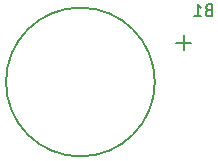
<source format=gbr>
%TF.GenerationSoftware,KiCad,Pcbnew,7.0.9*%
%TF.CreationDate,2025-01-11T11:52:04-05:00*%
%TF.ProjectId,PropellerClock,50726f70-656c-46c6-9572-436c6f636b2e,rev?*%
%TF.SameCoordinates,Original*%
%TF.FileFunction,Legend,Bot*%
%TF.FilePolarity,Positive*%
%FSLAX46Y46*%
G04 Gerber Fmt 4.6, Leading zero omitted, Abs format (unit mm)*
G04 Created by KiCad (PCBNEW 7.0.9) date 2025-01-11 11:52:04*
%MOMM*%
%LPD*%
G01*
G04 APERTURE LIST*
%ADD10C,0.150000*%
%ADD11C,0.127000*%
G04 APERTURE END LIST*
D10*
X205204961Y-77934409D02*
X205062104Y-77982028D01*
X205062104Y-77982028D02*
X205014485Y-78029647D01*
X205014485Y-78029647D02*
X204966866Y-78124885D01*
X204966866Y-78124885D02*
X204966866Y-78267742D01*
X204966866Y-78267742D02*
X205014485Y-78362980D01*
X205014485Y-78362980D02*
X205062104Y-78410600D01*
X205062104Y-78410600D02*
X205157342Y-78458219D01*
X205157342Y-78458219D02*
X205538294Y-78458219D01*
X205538294Y-78458219D02*
X205538294Y-77458219D01*
X205538294Y-77458219D02*
X205204961Y-77458219D01*
X205204961Y-77458219D02*
X205109723Y-77505838D01*
X205109723Y-77505838D02*
X205062104Y-77553457D01*
X205062104Y-77553457D02*
X205014485Y-77648695D01*
X205014485Y-77648695D02*
X205014485Y-77743933D01*
X205014485Y-77743933D02*
X205062104Y-77839171D01*
X205062104Y-77839171D02*
X205109723Y-77886790D01*
X205109723Y-77886790D02*
X205204961Y-77934409D01*
X205204961Y-77934409D02*
X205538294Y-77934409D01*
X204014485Y-78458219D02*
X204585913Y-78458219D01*
X204300199Y-78458219D02*
X204300199Y-77458219D01*
X204300199Y-77458219D02*
X204395437Y-77601076D01*
X204395437Y-77601076D02*
X204490675Y-77696314D01*
X204490675Y-77696314D02*
X204585913Y-77743933D01*
D11*
%TO.C,B1*%
X202488800Y-80721200D02*
X203758800Y-80721200D01*
X203123800Y-81356200D02*
X203123800Y-80086200D01*
X200660800Y-84023200D02*
G75*
G03*
X200660800Y-84023200I-6300000J0D01*
G01*
%TD*%
M02*

</source>
